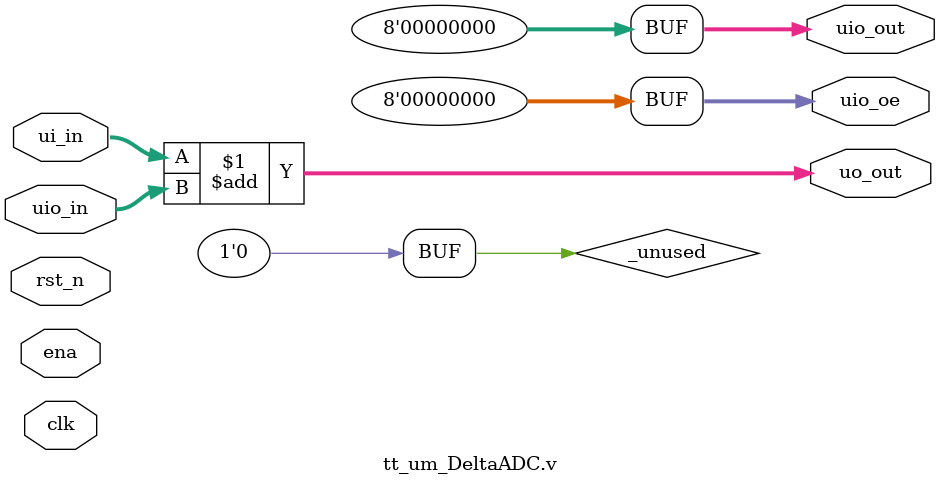
<source format=v>
/*
 * Copyright (c) 2024 Your Name
 * SPDX-License-Identifier: Apache-2.0
 */

`default_nettype none

module tt_um_DeltaADC.v (
    input  wire [7:0] ui_in,    // Dedicated inputs
    output wire [7:0] uo_out,   // Dedicated outputs
    input  wire [7:0] uio_in,   // IOs: Input path
    output wire [7:0] uio_out,  // IOs: Output path
    output wire [7:0] uio_oe,   // IOs: Enable path (active high: 0=input, 1=output)
    input  wire       ena,      // always 1 when the design is powered, so you can ignore it
    input  wire       clk,      // clock
    input  wire       rst_n     // reset_n - low to reset
);

  // All output pins must be assigned. If not used, assign to 0.
  assign uo_out  = ui_in + uio_in;  // Example: ou_out is the sum of ui_in and uio_in
  assign uio_out = 0;
  assign uio_oe  = 0;

  // List all unused inputs to prevent warnings
  wire _unused = &{ena, clk, rst_n, 1'b0};

endmodule

</source>
